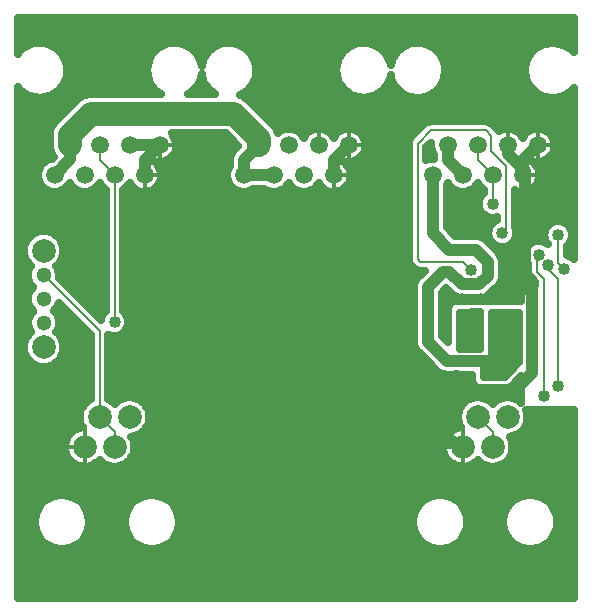
<source format=gbr>
G04 DipTrace 3.0.0.0*
G04 Bottom.gbr*
%MOIN*%
G04 #@! TF.FileFunction,Copper,L2,Bot*
G04 #@! TF.Part,Single*
G04 #@! TA.AperFunction,Conductor*
%ADD14C,0.006*%
G04 #@! TA.AperFunction,ComponentPad*
%ADD15C,0.07874*%
G04 #@! TA.AperFunction,Conductor*
%ADD16C,0.03937*%
G04 #@! TA.AperFunction,CopperBalancing*
%ADD22C,0.025*%
%ADD23C,0.012992*%
G04 #@! TA.AperFunction,ComponentPad*
%ADD40C,0.059055*%
%ADD41C,0.051181*%
G04 #@! TA.AperFunction,ViaPad*
%ADD42C,0.04*%
%FSLAX26Y26*%
G04*
G70*
G90*
G75*
G01*
G04 Bottom*
%LPD*%
X1965118Y1034252D2*
D14*
X2015118Y984252D1*
Y934252D1*
X754646D2*
Y984252D1*
X704646Y1034252D1*
Y1319549D1*
X517999Y1506196D1*
X1535241Y1939764D2*
D16*
X1485241Y1889764D1*
Y1839764D1*
X1915118Y934252D2*
X1865247Y959717D1*
Y1070718D1*
X1893867Y1091161D1*
X1893115Y1169101D1*
X804630Y1939764D2*
X904630D1*
X2165105D2*
X2115105Y1889764D1*
Y1839764D1*
X1893115Y1169101D2*
X1897361D1*
X1943248Y1123214D1*
X2088591D1*
X2144617Y1179239D1*
Y1488691D1*
X2121563Y1511745D1*
Y1855700D1*
X2065105Y1912158D1*
Y1939764D1*
X904630D2*
X854630Y1889764D1*
Y1839764D1*
X2091699Y1358797D2*
X2085223D1*
Y1220833D1*
X1863692D1*
X1798963Y1285562D1*
Y1467150D1*
X1850613Y1518799D1*
X1865894D1*
X1285241Y1839764D2*
X1185241D1*
X1863692Y1220833D2*
D14*
Y1239757D1*
X1892689Y1210760D1*
X2043974D1*
X1915105Y1839764D2*
D16*
X1865105Y1889764D1*
Y1939764D1*
X554630Y1839764D2*
X607390Y1892524D1*
X604630Y1939764D1*
X1870441Y1591567D2*
X1815105Y1646903D1*
Y1839764D1*
X1865894Y1518799D2*
X1870563D1*
X1913533Y1475829D1*
X1970245D1*
X1999803Y1505387D1*
Y1550472D1*
X1958709Y1591567D1*
X1870441D1*
X1185241Y1839764D2*
Y1889764D1*
X1235241Y1939764D1*
D15*
Y1961934D1*
X1152194Y2044982D1*
X675757D1*
X604630Y1973854D1*
Y1939764D1*
X2015105Y1839764D2*
D14*
X1965105Y1889764D1*
Y1939764D1*
X2015106Y1744087D2*
X2015105Y1839764D1*
X2233016Y1640602D2*
Y1547961D1*
X2252860Y1528117D1*
X754630Y1350406D2*
Y1839764D1*
X704630Y1889764D1*
Y1939764D1*
X2184518Y1102533D2*
Y1495039D1*
X2161929Y1517629D1*
Y1574366D1*
X2168138D1*
X2046835Y1646583D2*
X2059577Y1659325D1*
Y1869237D1*
X2009526Y1919288D1*
Y1972399D1*
X1991634Y1990291D1*
X1809615D1*
X1764575Y1945251D1*
Y1559799D1*
X1773572Y1550802D1*
X1914580D1*
X1941709Y1523673D1*
X2232562Y1137836D2*
Y1492849D1*
X2199301Y1526110D1*
Y1539563D1*
D42*
X1920046Y1356127D3*
X1964223Y1371025D3*
X1921588Y1311694D3*
X1963710Y1310667D3*
X1893115Y1169101D3*
X1865894Y1518799D3*
X2043974Y1210760D3*
X2091699Y1358797D3*
X1870441Y1591567D3*
X2015106Y1744087D3*
X754630Y1350406D3*
X1941709Y1523673D3*
X2046835Y1646583D3*
X2199301Y1539563D3*
X2232562Y1137836D3*
X2252860Y1528117D3*
X2233016Y1640602D3*
X2168138Y1574366D3*
X2184518Y1102533D3*
X2021202Y1369323D3*
X2018552Y1334869D3*
X2019290Y1298871D3*
X1913352Y1426848D3*
X1976241Y1427932D3*
X2015307Y1449033D3*
X1908113Y1357804D2*
D22*
X1970936D1*
X1908211Y1332936D2*
X1970984D1*
X1908308Y1308067D2*
X1971033D1*
X1908406Y1283198D2*
X1971081D1*
X1973358Y1382631D2*
X1905487Y1382404D1*
X1906106Y1260012D1*
X1973635Y1259785D1*
X1973391Y1382617D1*
X2013903Y1356510D2*
X2099136D1*
X2013903Y1331642D2*
X2099136D1*
X2013903Y1306773D2*
X2099136D1*
X2013903Y1281904D2*
X2099136D1*
X2013903Y1257035D2*
X2099136D1*
X2013903Y1232167D2*
X2099136D1*
X1988316Y1207298D2*
X2088883D1*
X1988415Y1182429D2*
X2065739D1*
X2011379Y1381331D2*
X2011226Y1232707D1*
X2010017Y1228988D1*
X2007718Y1225824D1*
X2004554Y1223525D1*
X2000835Y1222316D1*
X1985748Y1221833D1*
X1985987Y1167860D1*
X2054911Y1168131D1*
X2101654Y1218294D1*
X2101555Y1380785D1*
X2011371Y1381307D1*
X434709Y2338222D2*
X2281907D1*
X434709Y2313353D2*
X2281907D1*
X434709Y2288484D2*
X2281956D1*
X434709Y2263615D2*
X448295D1*
X560930D2*
X898313D1*
X1010930D2*
X1078928D1*
X1191545D2*
X1528928D1*
X1641545D2*
X1708811D1*
X1821428D2*
X2158811D1*
X2271428D2*
X2282004D1*
X584270Y2238747D2*
X875022D1*
X1034270D2*
X1055588D1*
X1214885D2*
X1505588D1*
X1664885D2*
X1685471D1*
X1844719D2*
X2135471D1*
X595256Y2213878D2*
X863987D1*
X1225872D2*
X1494602D1*
X1855754D2*
X2124485D1*
X598479Y2189009D2*
X860764D1*
X1229094D2*
X1491379D1*
X1858977D2*
X2121213D1*
X594817Y2164140D2*
X864426D1*
X1225432D2*
X1495041D1*
X1855315D2*
X2124924D1*
X583293Y2139272D2*
X875999D1*
X1033293D2*
X1056565D1*
X1213909D2*
X1506565D1*
X1663909D2*
X1686448D1*
X1843743D2*
X2136448D1*
X434709Y2114403D2*
X450441D1*
X558782D2*
X900461D1*
X1008782D2*
X1081077D1*
X1189397D2*
X1531077D1*
X1639397D2*
X1710959D1*
X1819280D2*
X2160959D1*
X2269280D2*
X2282200D1*
X434709Y2089534D2*
X624680D1*
X1203264D2*
X2282200D1*
X434709Y2064665D2*
X599778D1*
X1228166D2*
X2282249D1*
X434709Y2039797D2*
X574924D1*
X1253020D2*
X2282297D1*
X434709Y2014928D2*
X550657D1*
X1277874D2*
X1790891D1*
X2010344D2*
X2282297D1*
X434709Y1990059D2*
X538303D1*
X1297307D2*
X1308099D1*
X1362395D2*
X1408079D1*
X1462395D2*
X1508079D1*
X1562395D2*
X1765159D1*
X2092278D2*
X2137913D1*
X2192278D2*
X2282346D1*
X434709Y1965190D2*
X536252D1*
X957024D2*
X1136350D1*
X1587639D2*
X1740354D1*
X2217522D2*
X2282395D1*
X434709Y1940322D2*
X536252D1*
X963127D2*
X1161204D1*
X1593743D2*
X1732590D1*
X2223625D2*
X2282395D1*
X434709Y1915453D2*
X540940D1*
X957610D2*
X1144358D1*
X1588225D2*
X1732590D1*
X1796575D2*
X1812131D1*
X2218059D2*
X2282444D1*
X434709Y1890584D2*
X528538D1*
X933977D2*
X1136594D1*
X1564543D2*
X1732590D1*
X2194426D2*
X2282444D1*
X434709Y1865715D2*
X502463D1*
X906780D2*
X1133079D1*
X1537395D2*
X1732590D1*
X2167229D2*
X2282493D1*
X434709Y1840846D2*
X496116D1*
X913127D2*
X1126731D1*
X1543743D2*
X1732590D1*
X2173625D2*
X2282541D1*
X434709Y1815978D2*
X501389D1*
X907854D2*
X1132004D1*
X1538469D2*
X1732590D1*
X2168303D2*
X2282541D1*
X434709Y1791109D2*
X524387D1*
X584905D2*
X624387D1*
X684905D2*
X722629D1*
X786614D2*
X824387D1*
X884905D2*
X1154954D1*
X1215520D2*
X1254954D1*
X1315520D2*
X1354954D1*
X1415520D2*
X1454954D1*
X1515520D2*
X1732590D1*
X1863762D2*
X1884836D1*
X1945354D2*
X1983127D1*
X2145354D2*
X2282590D1*
X434709Y1766240D2*
X722629D1*
X786614D2*
X1732590D1*
X1863762D2*
X1971750D1*
X2091545D2*
X2282639D1*
X434709Y1741371D2*
X722629D1*
X786614D2*
X1732590D1*
X1863762D2*
X1966184D1*
X2091545D2*
X2282639D1*
X434709Y1716503D2*
X722629D1*
X786614D2*
X1732590D1*
X1863762D2*
X1975168D1*
X2091545D2*
X2282688D1*
X434709Y1691634D2*
X722629D1*
X786614D2*
X1732590D1*
X1863762D2*
X2027561D1*
X2091545D2*
X2282737D1*
X434709Y1666765D2*
X722629D1*
X786614D2*
X1732590D1*
X1863762D2*
X2002463D1*
X2091545D2*
X2192063D1*
X2273967D2*
X2282707D1*
X434709Y1641896D2*
X476438D1*
X559563D2*
X722629D1*
X786614D2*
X1732590D1*
X1887932D2*
X1998069D1*
X2095598D2*
X2184055D1*
X434709Y1617028D2*
X455979D1*
X580022D2*
X722629D1*
X786614D2*
X1732590D1*
X2085247D2*
X2147141D1*
X434709Y1592159D2*
X449758D1*
X586272D2*
X722629D1*
X786614D2*
X1732590D1*
X2025920D2*
X2122678D1*
X2265032D2*
X2282834D1*
X434709Y1567290D2*
X453270D1*
X582708D2*
X722629D1*
X786614D2*
X1732590D1*
X2045305D2*
X2119700D1*
X434709Y1542421D2*
X468821D1*
X567180D2*
X722629D1*
X786614D2*
X1738254D1*
X2048479D2*
X2129954D1*
X434709Y1517552D2*
X464670D1*
X571331D2*
X722629D1*
X786614D2*
X1781565D1*
X2048479D2*
X2129954D1*
X434709Y1492684D2*
X465208D1*
X575725D2*
X722629D1*
X786614D2*
X1757981D1*
X2046721D2*
X2142649D1*
X434709Y1467815D2*
X480295D1*
X600579D2*
X722629D1*
X786614D2*
X1750315D1*
X2030022D2*
X2108323D1*
X434709Y1442946D2*
X465793D1*
X625432D2*
X722629D1*
X786614D2*
X1750266D1*
X1847649D2*
X1878635D1*
X2005168D2*
X2108323D1*
X434709Y1418077D2*
X464280D1*
X650334D2*
X722629D1*
X786614D2*
X1750266D1*
X1847649D2*
X1877659D1*
X434709Y1393209D2*
X476243D1*
X559758D2*
X586790D1*
X675188D2*
X722629D1*
X786614D2*
X1750266D1*
X1847649D2*
X1863974D1*
X434709Y1368340D2*
X467258D1*
X568743D2*
X611643D1*
X700041D2*
X709270D1*
X800041D2*
X1750266D1*
X1847649D2*
X1864070D1*
X434709Y1343471D2*
X463694D1*
X572307D2*
X636497D1*
X803118D2*
X1750266D1*
X1847649D2*
X1864166D1*
X434709Y1318602D2*
X473020D1*
X562981D2*
X661399D1*
X791057D2*
X1750266D1*
X1847649D2*
X1864262D1*
X434709Y1293734D2*
X455735D1*
X580266D2*
X672629D1*
X736614D2*
X1750266D1*
X434709Y1268865D2*
X449661D1*
X586321D2*
X672629D1*
X736614D2*
X1753391D1*
X434709Y1243996D2*
X453466D1*
X582561D2*
X672629D1*
X736614D2*
X1772727D1*
X434709Y1219127D2*
X469260D1*
X566741D2*
X672629D1*
X736614D2*
X1797581D1*
X434709Y1194259D2*
X672629D1*
X736614D2*
X1822483D1*
X434709Y1169390D2*
X672629D1*
X736614D2*
X1944504D1*
X434709Y1144521D2*
X672629D1*
X736614D2*
X1946848D1*
X2088713D2*
X2108323D1*
X434709Y1119652D2*
X672629D1*
X736614D2*
X2108323D1*
X434709Y1094783D2*
X672629D1*
X736614D2*
X776194D1*
X833098D2*
X1936643D1*
X1993596D2*
X2036643D1*
X2093596D2*
X2108323D1*
X434709Y1069915D2*
X646750D1*
X862541D2*
X1907249D1*
X434709Y1045046D2*
X637180D1*
X872112D2*
X1897629D1*
X2132610D2*
X2283811D1*
X434709Y1020177D2*
X637815D1*
X871477D2*
X1898264D1*
X2131975D2*
X2283762D1*
X434709Y995308D2*
X627463D1*
X860247D2*
X1887913D1*
X2120745D2*
X2283665D1*
X434709Y970440D2*
X597092D1*
X823430D2*
X1857590D1*
X2083928D2*
X2283567D1*
X434709Y945571D2*
X587278D1*
X822014D2*
X1847727D1*
X2082512D2*
X2283518D1*
X434709Y920702D2*
X587668D1*
X821575D2*
X1848166D1*
X2082073D2*
X2283420D1*
X434709Y895833D2*
X598655D1*
X810637D2*
X1859104D1*
X2071135D2*
X2283372D1*
X434709Y870965D2*
X633909D1*
X675383D2*
X733909D1*
X775383D2*
X1894407D1*
X1935833D2*
X1994407D1*
X2035833D2*
X2283274D1*
X434709Y846096D2*
X2283176D1*
X434709Y821227D2*
X2283127D1*
X434709Y796358D2*
X2283030D1*
X434709Y771490D2*
X553147D1*
X606145D2*
X853147D1*
X906145D2*
X1813645D1*
X1866643D2*
X2113645D1*
X2166643D2*
X2282981D1*
X434709Y746621D2*
X511643D1*
X647698D2*
X811643D1*
X947698D2*
X1772092D1*
X1908196D2*
X2072092D1*
X2208196D2*
X2282883D1*
X434709Y721752D2*
X494846D1*
X664495D2*
X794846D1*
X964495D2*
X1755295D1*
X1924993D2*
X2055295D1*
X2224993D2*
X2282786D1*
X434709Y696883D2*
X487571D1*
X671770D2*
X787571D1*
X971770D2*
X1748069D1*
X1932219D2*
X2048069D1*
X2232219D2*
X2282737D1*
X434709Y672014D2*
X487522D1*
X671819D2*
X787522D1*
X971819D2*
X1748020D1*
X1932268D2*
X2048020D1*
X2232268D2*
X2282639D1*
X434709Y647146D2*
X494651D1*
X664690D2*
X794651D1*
X964690D2*
X1755149D1*
X1925139D2*
X2055149D1*
X2225139D2*
X2282590D1*
X434709Y622277D2*
X511252D1*
X648040D2*
X811252D1*
X948040D2*
X1771750D1*
X1908538D2*
X2071750D1*
X2208538D2*
X2282493D1*
X434709Y597408D2*
X551829D1*
X607463D2*
X851829D1*
X907463D2*
X1812327D1*
X1867961D2*
X2112327D1*
X2167961D2*
X2282395D1*
X434709Y572539D2*
X2282346D1*
X434709Y547671D2*
X2282249D1*
X434709Y522802D2*
X2282151D1*
X434709Y497933D2*
X2282102D1*
X434709Y473064D2*
X2282004D1*
X434709Y448196D2*
X2281956D1*
X2221069Y1937265D2*
X2220234Y1929817D1*
X2218413Y1922547D1*
X2215638Y1915585D1*
X2211959Y1909056D1*
X2207441Y1903077D1*
X2202165Y1897754D1*
X2196226Y1893184D1*
X2189729Y1889446D1*
X2182793Y1886610D1*
X2175539Y1884724D1*
X2168099Y1883824D1*
X2160605Y1883925D1*
X2153192Y1885025D1*
X2145992Y1887105D1*
X2143314Y1888164D1*
X2150655Y1883058D1*
X2156116Y1877925D1*
X2160843Y1872109D1*
X2164751Y1865715D1*
X2167771Y1858855D1*
X2169848Y1851655D1*
X2170945Y1844241D1*
X2170902Y1834770D1*
X2169736Y1827367D1*
X2167592Y1820186D1*
X2164509Y1813355D1*
X2160542Y1806997D1*
X2155762Y1801225D1*
X2150254Y1796143D1*
X2144116Y1791842D1*
X2137460Y1788398D1*
X2130404Y1785874D1*
X2123073Y1784314D1*
X2115600Y1783746D1*
X2108119Y1784181D1*
X2100762Y1785611D1*
X2093662Y1788010D1*
X2089074Y1790161D1*
X2089070Y1666049D1*
X2092042Y1657436D1*
X2093183Y1650230D1*
Y1642935D1*
X2092042Y1635729D1*
X2089788Y1628791D1*
X2086476Y1622291D1*
X2082188Y1616388D1*
X2077029Y1611230D1*
X2071127Y1606942D1*
X2064626Y1603630D1*
X2057688Y1601375D1*
X2050482Y1600234D1*
X2043187D1*
X2035981Y1601375D1*
X2029043Y1603630D1*
X2022543Y1606942D1*
X2016640Y1611230D1*
X2011482Y1616388D1*
X2007194Y1622291D1*
X2003882Y1628791D1*
X2001627Y1635729D1*
X2000486Y1642935D1*
Y1650230D1*
X2001627Y1657436D1*
X2003882Y1664374D1*
X2007194Y1670875D1*
X2011482Y1676777D1*
X2016640Y1681936D1*
X2022543Y1686224D1*
X2030073Y1689916D1*
X2030085Y1700097D1*
X2022379Y1698167D1*
X2015106Y1697594D1*
X2007833Y1698167D1*
X2000739Y1699870D1*
X1993999Y1702662D1*
X1987779Y1706474D1*
X1982231Y1711212D1*
X1977493Y1716759D1*
X1973682Y1722980D1*
X1970890Y1729720D1*
X1969187Y1736814D1*
X1968614Y1744087D1*
X1969187Y1751360D1*
X1970890Y1758453D1*
X1973682Y1765194D1*
X1977493Y1771414D1*
X1982231Y1776962D1*
X1985618Y1779996D1*
X1985613Y1792182D1*
X1978723Y1797166D1*
X1972507Y1803382D1*
X1967340Y1810494D1*
X1965019Y1814331D1*
X1960426Y1806836D1*
X1954717Y1800152D1*
X1948033Y1794443D1*
X1940537Y1789850D1*
X1932416Y1786486D1*
X1923868Y1784434D1*
X1915105Y1783744D1*
X1906342Y1784434D1*
X1897794Y1786486D1*
X1889673Y1789850D1*
X1882177Y1794443D1*
X1875493Y1800152D1*
X1869784Y1806836D1*
X1865112Y1814503D1*
X1861275Y1808108D1*
X1861282Y1665984D1*
X1889569Y1637743D1*
X1962332Y1637602D1*
X1969489Y1636468D1*
X1976380Y1634229D1*
X1982836Y1630940D1*
X1988698Y1626680D1*
X2032455Y1583125D1*
X2037161Y1577615D1*
X2040947Y1571437D1*
X2043720Y1564742D1*
X2045412Y1557696D1*
X2045980Y1550472D1*
X2045838Y1501764D1*
X2044705Y1494607D1*
X2042465Y1487716D1*
X2039176Y1481260D1*
X2034917Y1475397D1*
X2002898Y1443177D1*
X1997388Y1438471D1*
X1991209Y1434685D1*
X1984515Y1431912D1*
X1977469Y1430221D1*
X1970245Y1429652D1*
X1909910Y1429794D1*
X1902753Y1430928D1*
X1895862Y1433167D1*
X1889405Y1436457D1*
X1883543Y1440716D1*
X1860613Y1463444D1*
X1845113Y1447995D1*
X1845140Y1304698D1*
X1866936Y1282893D1*
X1866523Y1396829D1*
X1867712Y1402942D1*
X1870296Y1408609D1*
X1874131Y1413516D1*
X1879005Y1417392D1*
X1884649Y1420023D1*
X1890752Y1421264D1*
X1987888Y1421588D1*
X1994006Y1420383D1*
X2110798Y1419725D1*
X2110990Y1464933D1*
X2112199Y1468652D1*
X2114497Y1471816D1*
X2117661Y1474115D1*
X2121381Y1475323D1*
X2154991Y1475317D1*
X2154825Y1483024D1*
X2139503Y1498475D1*
X2135651Y1504239D1*
X2133252Y1510744D1*
X2132437Y1517629D1*
Y1544631D1*
X2128497Y1550074D1*
X2125185Y1556574D1*
X2122930Y1563513D1*
X2121789Y1570718D1*
Y1578014D1*
X2122930Y1585220D1*
X2125185Y1592158D1*
X2128497Y1598658D1*
X2132785Y1604560D1*
X2137944Y1609719D1*
X2143846Y1614007D1*
X2150346Y1617319D1*
X2157284Y1619574D1*
X2164490Y1620715D1*
X2171786D1*
X2178991Y1619574D1*
X2185930Y1617319D1*
X2192430Y1614007D1*
X2197663Y1610408D1*
X2193375Y1616310D1*
X2190063Y1622811D1*
X2187808Y1629749D1*
X2186667Y1636955D1*
Y1644250D1*
X2187808Y1651456D1*
X2190063Y1658394D1*
X2193375Y1664894D1*
X2197663Y1670797D1*
X2202822Y1675955D1*
X2208724Y1680243D1*
X2215224Y1683555D1*
X2222162Y1685810D1*
X2229368Y1686951D1*
X2236663D1*
X2243869Y1685810D1*
X2250808Y1683555D1*
X2257308Y1680243D1*
X2263210Y1675955D1*
X2268369Y1670797D1*
X2272657Y1664894D1*
X2275969Y1658394D1*
X2278223Y1651456D1*
X2279365Y1644250D1*
Y1636955D1*
X2278223Y1629749D1*
X2275969Y1622811D1*
X2272657Y1616310D1*
X2268369Y1610408D1*
X2262504Y1604693D1*
X2262508Y1573561D1*
X2270651Y1571070D1*
X2277152Y1567758D1*
X2283054Y1563470D1*
X2285389Y1561311D1*
X2284584Y2130423D1*
X2274446Y2120284D1*
X2262846Y2111857D1*
X2250071Y2105348D1*
X2236435Y2100917D1*
X2222274Y2098674D1*
X2207936D1*
X2193775Y2100917D1*
X2180139Y2105348D1*
X2167364Y2111857D1*
X2155764Y2120284D1*
X2145626Y2130423D1*
X2137198Y2142022D1*
X2130689Y2154797D1*
X2126258Y2168434D1*
X2124015Y2182595D1*
Y2196933D1*
X2126258Y2211094D1*
X2130689Y2224730D1*
X2137198Y2237505D1*
X2145626Y2249105D1*
X2155764Y2259243D1*
X2167364Y2267671D1*
X2180139Y2274180D1*
X2193775Y2278611D1*
X2207936Y2280854D1*
X2222274D1*
X2236435Y2278611D1*
X2250071Y2274180D1*
X2262846Y2267671D1*
X2274446Y2259243D1*
X2284527Y2249166D1*
X2284350Y2363090D1*
X432153D1*
X432185Y2245464D1*
X440021Y2254373D1*
X450923Y2263685D1*
X463148Y2271176D1*
X476395Y2276663D1*
X490336Y2280010D1*
X504630Y2281135D1*
X518924Y2280010D1*
X532865Y2276663D1*
X546112Y2271176D1*
X558337Y2263685D1*
X569239Y2254373D1*
X578551Y2243471D1*
X586042Y2231246D1*
X591529Y2217999D1*
X594876Y2204057D1*
X596001Y2189764D1*
X594876Y2175470D1*
X591529Y2161528D1*
X586042Y2148282D1*
X578551Y2136057D1*
X569239Y2125154D1*
X558337Y2115843D1*
X546112Y2108351D1*
X532865Y2102864D1*
X518924Y2099517D1*
X504630Y2098392D1*
X490336Y2099517D1*
X476395Y2102864D1*
X463148Y2108351D1*
X450923Y2115843D1*
X440021Y2125154D1*
X432184Y2134186D1*
X432185Y432182D1*
X2284390Y432224D1*
X2286336Y1057740D1*
X2198495Y1058184D1*
X2191791Y1056613D1*
X2184518Y1056041D1*
X2177245Y1056613D1*
X2170111Y1058331D1*
X2126328Y1058549D1*
X2129161Y1049627D1*
X2130777Y1039419D1*
Y1029084D1*
X2129161Y1018877D1*
X2125967Y1009048D1*
X2121275Y999839D1*
X2115200Y991478D1*
X2107892Y984170D1*
X2099531Y978095D1*
X2090322Y973403D1*
X2080493Y970210D1*
X2071275Y968665D1*
X2075967Y959456D1*
X2079161Y949627D1*
X2080777Y939419D1*
Y929084D1*
X2079161Y918877D1*
X2075967Y909048D1*
X2071275Y899839D1*
X2065200Y891478D1*
X2057892Y884170D1*
X2049531Y878095D1*
X2040322Y873403D1*
X2030493Y870210D1*
X2020286Y868593D1*
X2009951D1*
X1999743Y870210D1*
X1989914Y873403D1*
X1980705Y878095D1*
X1972344Y884170D1*
X1965132Y891374D1*
X1959320Y885425D1*
X1951426Y879301D1*
X1942697Y874442D1*
X1933334Y870959D1*
X1923551Y868932D1*
X1913574Y868408D1*
X1903633Y869399D1*
X1893956Y871882D1*
X1884766Y875800D1*
X1876275Y881063D1*
X1868677Y887550D1*
X1862148Y895112D1*
X1856837Y903574D1*
X1852867Y912742D1*
X1850330Y922405D1*
X1849284Y932340D1*
X1849752Y942319D1*
X1851724Y952113D1*
X1855155Y961496D1*
X1859965Y970252D1*
X1866045Y978180D1*
X1873253Y985097D1*
X1881425Y990844D1*
X1890372Y995289D1*
X1899889Y998329D1*
X1908961Y999839D1*
X1904269Y1009048D1*
X1901076Y1018877D1*
X1899459Y1029084D1*
Y1039419D1*
X1901076Y1049627D1*
X1904269Y1059456D1*
X1908961Y1068665D1*
X1915036Y1077026D1*
X1922344Y1084334D1*
X1930705Y1090409D1*
X1939914Y1095101D1*
X1949743Y1098294D1*
X1959951Y1099911D1*
X1970286D1*
X1980493Y1098294D1*
X1990322Y1095101D1*
X1999531Y1090409D1*
X2007892Y1084334D1*
X2015104Y1077130D1*
X2022344Y1084334D1*
X2030705Y1090409D1*
X2039914Y1095101D1*
X2049743Y1098294D1*
X2059951Y1099911D1*
X2070286D1*
X2080493Y1098294D1*
X2090322Y1095101D1*
X2099531Y1090409D1*
X2107892Y1084334D1*
X2110844Y1081605D1*
X2110836Y1170918D1*
X2078273Y1136127D1*
X2073220Y1132486D1*
X2067457Y1130126D1*
X2061294Y1129177D1*
X1971562Y1128893D1*
X1965449Y1130083D1*
X1959783Y1132669D1*
X1954878Y1136505D1*
X1951003Y1141380D1*
X1948374Y1147026D1*
X1947135Y1153129D1*
X1946960Y1174678D1*
X1860069Y1174798D1*
X1852912Y1175932D1*
X1846020Y1178171D1*
X1839564Y1181461D1*
X1833702Y1185720D1*
X1778006Y1241214D1*
X1763850Y1255572D1*
X1759591Y1261434D1*
X1756301Y1267890D1*
X1754062Y1274782D1*
X1752928Y1281939D1*
X1752786Y1360562D1*
X1752928Y1470773D1*
X1754062Y1477929D1*
X1756301Y1484821D1*
X1759591Y1491277D1*
X1763850Y1497139D1*
X1787821Y1521312D1*
X1768959Y1521673D1*
X1762286Y1523555D1*
X1756237Y1526942D1*
X1752718Y1529948D1*
X1740715Y1542464D1*
X1737328Y1548513D1*
X1735446Y1555186D1*
X1735083Y1559799D1*
X1735174Y1947565D1*
X1736526Y1954364D1*
X1739429Y1960660D1*
X1743721Y1966105D1*
X1790462Y2012717D1*
X1796226Y2016569D1*
X1802731Y2018969D1*
X1809615Y2019783D1*
X1993948Y2019693D1*
X2000747Y2018340D1*
X2007043Y2015438D1*
X2012488Y2011145D1*
X2031952Y1991553D1*
X2035250Y1987165D1*
X2041845Y1990726D1*
X2048855Y1993375D1*
X2056157Y1995064D1*
X2063619Y1995764D1*
X2071107Y1995461D1*
X2078488Y1994161D1*
X2085629Y1991888D1*
X2092403Y1988682D1*
X2098689Y1984601D1*
X2104373Y1979717D1*
X2109355Y1974118D1*
X2113544Y1967904D1*
X2115241Y1965294D1*
X2119095Y1971722D1*
X2123773Y1977577D1*
X2129190Y1982756D1*
X2135250Y1987165D1*
X2141845Y1990726D1*
X2148855Y1993375D1*
X2156157Y1995064D1*
X2163619Y1995764D1*
X2171107Y1995461D1*
X2178488Y1994161D1*
X2185629Y1991888D1*
X2192403Y1988682D1*
X2198689Y1984601D1*
X2204373Y1979717D1*
X2209355Y1974118D1*
X2213544Y1967904D1*
X2216867Y1961186D1*
X2219263Y1954085D1*
X2220690Y1946728D1*
X2221069Y1937265D1*
X1818935Y1908108D2*
X1815191Y1914331D1*
X1811827Y1922453D1*
X1809775Y1931000D1*
X1809085Y1939764D1*
X1809825Y1948780D1*
X1794067Y1932751D1*
Y1891686D1*
X1802027Y1894236D1*
X1810710Y1895611D1*
X1818934Y1895633D1*
X1818928Y1908074D1*
X1856195Y2182595D2*
X1853952Y2168434D1*
X1849521Y2154797D1*
X1843012Y2142022D1*
X1834584Y2130423D1*
X1824446Y2120284D1*
X1812846Y2111857D1*
X1800071Y2105348D1*
X1786435Y2100917D1*
X1772274Y2098674D1*
X1757936D1*
X1743775Y2100917D1*
X1730139Y2105348D1*
X1717364Y2111857D1*
X1705764Y2120284D1*
X1695626Y2130423D1*
X1687198Y2142022D1*
X1680689Y2154797D1*
X1676258Y2168434D1*
X1675203Y2173738D1*
X1672141Y2161528D1*
X1666654Y2148282D1*
X1659162Y2136057D1*
X1649851Y2125154D1*
X1638948Y2115843D1*
X1626723Y2108351D1*
X1613477Y2102864D1*
X1599535Y2099517D1*
X1585241Y2098392D1*
X1570948Y2099517D1*
X1557006Y2102864D1*
X1543760Y2108351D1*
X1531535Y2115843D1*
X1520632Y2125154D1*
X1511320Y2136057D1*
X1503829Y2148282D1*
X1498342Y2161528D1*
X1494995Y2175470D1*
X1493870Y2189764D1*
X1494995Y2204057D1*
X1498342Y2217999D1*
X1503829Y2231246D1*
X1511320Y2243471D1*
X1520632Y2254373D1*
X1531535Y2263685D1*
X1543760Y2271176D1*
X1557006Y2276663D1*
X1570948Y2280010D1*
X1585241Y2281135D1*
X1599535Y2280010D1*
X1613477Y2276663D1*
X1626723Y2271176D1*
X1638948Y2263685D1*
X1649851Y2254373D1*
X1659162Y2243471D1*
X1666654Y2231246D1*
X1672141Y2217999D1*
X1675143Y2205789D1*
X1678206Y2217999D1*
X1683692Y2231246D1*
X1691184Y2243471D1*
X1700496Y2254373D1*
X1711398Y2263685D1*
X1723623Y2271176D1*
X1736870Y2276663D1*
X1750811Y2280010D1*
X1765105Y2281135D1*
X1779399Y2280010D1*
X1793340Y2276663D1*
X1806587Y2271176D1*
X1818812Y2263685D1*
X1829714Y2254373D1*
X1839026Y2243471D1*
X1846517Y2231246D1*
X1852004Y2217999D1*
X1855351Y2204057D1*
X1856476Y2189764D1*
X1856195Y2182595D1*
X960594Y1937265D2*
X959759Y1929817D1*
X957938Y1922547D1*
X955163Y1915585D1*
X951484Y1909056D1*
X946965Y1903077D1*
X941690Y1897754D1*
X935750Y1893184D1*
X929254Y1889446D1*
X922318Y1886610D1*
X915064Y1884724D1*
X907624Y1883824D1*
X900130Y1883925D1*
X892717Y1885025D1*
X885517Y1887105D1*
X882838Y1888164D1*
X890180Y1883058D1*
X895641Y1877925D1*
X900368Y1872109D1*
X904276Y1865715D1*
X907296Y1858855D1*
X909373Y1851655D1*
X910470Y1844241D1*
X910427Y1834770D1*
X909261Y1827367D1*
X907117Y1820186D1*
X904034Y1813355D1*
X900067Y1806997D1*
X895287Y1801225D1*
X889779Y1796143D1*
X883641Y1791842D1*
X876985Y1788398D1*
X869929Y1785874D1*
X862598Y1784314D1*
X855125Y1783746D1*
X847644Y1784181D1*
X840287Y1785611D1*
X833187Y1788010D1*
X826471Y1791336D1*
X820258Y1795528D1*
X814661Y1800512D1*
X809780Y1806198D1*
X805701Y1812485D1*
X804544Y1814331D1*
X799951Y1806836D1*
X794242Y1800152D1*
X787557Y1794443D1*
X784114Y1792142D1*
X784122Y1386395D1*
X789983Y1380600D1*
X794271Y1374698D1*
X797583Y1368197D1*
X799837Y1361259D1*
X800979Y1354053D1*
Y1346758D1*
X799837Y1339552D1*
X797583Y1332614D1*
X794271Y1326113D1*
X789983Y1320211D1*
X784824Y1315053D1*
X778922Y1310764D1*
X772422Y1307452D1*
X765483Y1305198D1*
X758278Y1304057D1*
X750982D1*
X743777Y1305198D1*
X736838Y1307452D1*
X734132Y1308700D1*
X734138Y1093133D1*
X743359Y1087536D1*
X751217Y1080824D1*
X754632Y1077130D1*
X761872Y1084334D1*
X770233Y1090409D1*
X779441Y1095101D1*
X789270Y1098294D1*
X799478Y1099911D1*
X809813D1*
X820021Y1098294D1*
X829850Y1095101D1*
X839059Y1090409D1*
X847420Y1084334D1*
X854728Y1077026D1*
X860802Y1068665D1*
X865494Y1059456D1*
X868688Y1049627D1*
X870305Y1039419D1*
Y1029084D1*
X868688Y1018877D1*
X865494Y1009048D1*
X860802Y999839D1*
X854728Y991478D1*
X847420Y984170D1*
X839059Y978095D1*
X829850Y973403D1*
X820021Y970210D1*
X810802Y968665D1*
X815494Y959456D1*
X818688Y949627D1*
X820305Y939419D1*
Y929084D1*
X818688Y918877D1*
X815494Y909048D1*
X810802Y899839D1*
X804728Y891478D1*
X797420Y884170D1*
X789059Y878095D1*
X779850Y873403D1*
X770021Y870210D1*
X759813Y868593D1*
X749478D1*
X739270Y870210D1*
X729441Y873403D1*
X720233Y878095D1*
X711872Y884170D1*
X704660Y891374D1*
X698847Y885425D1*
X690954Y879301D1*
X682225Y874442D1*
X672861Y870959D1*
X663079Y868932D1*
X653102Y868408D1*
X643161Y869399D1*
X633484Y871882D1*
X624294Y875800D1*
X615802Y881063D1*
X608204Y887550D1*
X601675Y895112D1*
X596365Y903574D1*
X592395Y912742D1*
X589858Y922405D1*
X588811Y932340D1*
X589279Y942319D1*
X591252Y952113D1*
X594682Y961496D1*
X599493Y970252D1*
X605572Y978180D1*
X612781Y985097D1*
X620953Y990844D1*
X629900Y995289D1*
X639416Y998329D1*
X648489Y999839D1*
X643797Y1009048D1*
X640603Y1018877D1*
X638986Y1029084D1*
Y1039419D1*
X640603Y1049627D1*
X643797Y1059456D1*
X648489Y1068665D1*
X654564Y1077026D1*
X661872Y1084334D1*
X670233Y1090409D1*
X675167Y1093130D1*
X674953Y1307533D1*
X568369Y1414117D1*
X566117Y1407524D1*
X562406Y1400242D1*
X557603Y1393630D1*
X552093Y1388101D1*
X557603Y1382540D1*
X562406Y1375928D1*
X566117Y1368646D1*
X568642Y1360874D1*
X569921Y1352802D1*
Y1344629D1*
X568642Y1336557D1*
X566117Y1328784D1*
X562406Y1321502D1*
X559452Y1317236D1*
X564570Y1312610D1*
X571282Y1304751D1*
X576682Y1295939D1*
X580637Y1286391D1*
X583050Y1276341D1*
X583861Y1266038D1*
X583050Y1255735D1*
X580637Y1245686D1*
X576682Y1236137D1*
X571282Y1227325D1*
X564570Y1219466D1*
X556712Y1212754D1*
X547900Y1207354D1*
X538351Y1203399D1*
X528302Y1200987D1*
X517999Y1200176D1*
X507696Y1200987D1*
X497646Y1203399D1*
X488098Y1207354D1*
X479286Y1212754D1*
X471427Y1219466D1*
X464715Y1227325D1*
X459315Y1236137D1*
X455360Y1245686D1*
X452947Y1255735D1*
X452136Y1266038D1*
X452947Y1276341D1*
X455360Y1286391D1*
X459315Y1295939D1*
X464715Y1304751D1*
X471427Y1312610D1*
X476541Y1317158D1*
X471593Y1325070D1*
X468465Y1332621D1*
X466557Y1340568D1*
X465916Y1348715D1*
X466557Y1356863D1*
X468465Y1364810D1*
X471593Y1372360D1*
X475863Y1379329D1*
X481171Y1385543D1*
X483904Y1388070D1*
X478395Y1393630D1*
X473591Y1400242D1*
X469881Y1407524D1*
X467355Y1415297D1*
X466077Y1423369D1*
Y1431542D1*
X467355Y1439614D1*
X469881Y1447387D1*
X473591Y1454669D1*
X478395Y1461280D1*
X483904Y1466810D1*
X478395Y1472371D1*
X473591Y1478982D1*
X469881Y1486264D1*
X467355Y1494037D1*
X466077Y1502109D1*
Y1510282D1*
X467355Y1518354D1*
X469881Y1526127D1*
X473591Y1533409D1*
X476545Y1537675D1*
X471427Y1542301D1*
X464715Y1550160D1*
X459315Y1558972D1*
X455360Y1568520D1*
X452947Y1578570D1*
X452136Y1588873D1*
X452947Y1599176D1*
X455360Y1609225D1*
X459315Y1618774D1*
X464715Y1627586D1*
X471427Y1635444D1*
X479286Y1642156D1*
X488098Y1647556D1*
X497646Y1651511D1*
X507696Y1653924D1*
X517999Y1654735D1*
X528302Y1653924D1*
X538351Y1651511D1*
X547900Y1647556D1*
X556712Y1642156D1*
X564570Y1635444D1*
X571282Y1627586D1*
X576682Y1618774D1*
X580637Y1609225D1*
X583050Y1599176D1*
X583861Y1588873D1*
X583050Y1578570D1*
X580637Y1568520D1*
X576682Y1558972D1*
X571282Y1550160D1*
X564570Y1542301D1*
X559456Y1537753D1*
X564405Y1529841D1*
X567532Y1522290D1*
X569440Y1514343D1*
X570081Y1506196D1*
X569175Y1496716D1*
X708621Y1357282D1*
X710413Y1364772D1*
X713205Y1371512D1*
X717017Y1377733D1*
X721755Y1383280D1*
X725141Y1386315D1*
X725138Y1792154D1*
X718248Y1797166D1*
X712032Y1803382D1*
X706865Y1810494D1*
X704544Y1814331D1*
X699951Y1806836D1*
X694242Y1800152D1*
X687557Y1794443D1*
X680062Y1789850D1*
X671941Y1786486D1*
X663393Y1784434D1*
X654630Y1783744D1*
X645867Y1784434D1*
X637319Y1786486D1*
X629198Y1789850D1*
X621702Y1794443D1*
X615018Y1800152D1*
X609309Y1806836D1*
X604637Y1814503D1*
X599951Y1806836D1*
X594242Y1800152D1*
X587557Y1794443D1*
X580062Y1789850D1*
X571941Y1786486D1*
X563393Y1784434D1*
X554630Y1783744D1*
X545867Y1784434D1*
X537319Y1786486D1*
X529198Y1789850D1*
X521702Y1794443D1*
X515018Y1800152D1*
X509309Y1806836D1*
X504716Y1814331D1*
X501352Y1822453D1*
X499300Y1831000D1*
X498610Y1839764D1*
X499300Y1848527D1*
X501352Y1857075D1*
X504716Y1865196D1*
X509309Y1872691D1*
X515018Y1879376D1*
X521702Y1885085D1*
X529198Y1889678D1*
X537319Y1893042D1*
X544367Y1894795D1*
X551015Y1901453D1*
X545946Y1909863D1*
X541991Y1919411D1*
X539579Y1929461D1*
X538768Y1939764D1*
X538971Y1979022D1*
X540587Y1989230D1*
X543781Y1999059D1*
X548473Y2008267D1*
X554548Y2016628D1*
X584575Y2046942D1*
X632983Y2095064D1*
X641344Y2101138D1*
X650553Y2105830D1*
X660382Y2109024D1*
X670590Y2110641D1*
X713257Y2110844D1*
X908619D1*
X900923Y2115843D1*
X890021Y2125154D1*
X880709Y2136057D1*
X873217Y2148282D1*
X867731Y2161528D1*
X864383Y2175470D1*
X863259Y2189764D1*
X864383Y2204057D1*
X867731Y2217999D1*
X873217Y2231246D1*
X880709Y2243471D1*
X890021Y2254373D1*
X900923Y2263685D1*
X913148Y2271176D1*
X926395Y2276663D1*
X940336Y2280010D1*
X954630Y2281135D1*
X968924Y2280010D1*
X982865Y2276663D1*
X996112Y2271176D1*
X1008337Y2263685D1*
X1019239Y2254373D1*
X1028551Y2243471D1*
X1036042Y2231246D1*
X1041529Y2217999D1*
X1044876Y2204057D1*
X1044926Y2203640D1*
X1048342Y2217999D1*
X1053829Y2231246D1*
X1061320Y2243471D1*
X1070632Y2254373D1*
X1081535Y2263685D1*
X1093760Y2271176D1*
X1107006Y2276663D1*
X1120948Y2280010D1*
X1135241Y2281135D1*
X1149535Y2280010D1*
X1163477Y2276663D1*
X1176723Y2271176D1*
X1188948Y2263685D1*
X1199851Y2254373D1*
X1209162Y2243471D1*
X1216654Y2231246D1*
X1222141Y2217999D1*
X1225488Y2204057D1*
X1226613Y2189764D1*
X1225488Y2175470D1*
X1222141Y2161528D1*
X1216654Y2148282D1*
X1209162Y2136057D1*
X1199851Y2125154D1*
X1188948Y2115843D1*
X1176723Y2108351D1*
X1174051Y2107119D1*
X1182095Y2103665D1*
X1190907Y2098265D1*
X1198766Y2091553D1*
X1285324Y2004708D1*
X1291398Y1996347D1*
X1296090Y1987139D1*
X1297886Y1982267D1*
X1298860Y1982361D1*
X1305971Y1987528D1*
X1313804Y1991519D1*
X1322164Y1994236D1*
X1330846Y1995611D1*
X1339637D1*
X1348319Y1994236D1*
X1356679Y1991519D1*
X1364512Y1987528D1*
X1371623Y1982361D1*
X1377839Y1976146D1*
X1383006Y1969034D1*
X1385378Y1965294D1*
X1389232Y1971722D1*
X1393909Y1977577D1*
X1399327Y1982756D1*
X1405387Y1987165D1*
X1411981Y1990726D1*
X1418992Y1993375D1*
X1426293Y1995064D1*
X1433755Y1995764D1*
X1441243Y1995461D1*
X1448624Y1994161D1*
X1455766Y1991888D1*
X1462540Y1988682D1*
X1468825Y1984601D1*
X1474509Y1979717D1*
X1479491Y1974118D1*
X1483681Y1967904D1*
X1485378Y1965294D1*
X1489232Y1971722D1*
X1493909Y1977577D1*
X1499327Y1982756D1*
X1505387Y1987165D1*
X1511981Y1990726D1*
X1518992Y1993375D1*
X1526293Y1995064D1*
X1533755Y1995764D1*
X1541243Y1995461D1*
X1548624Y1994161D1*
X1555766Y1991888D1*
X1562540Y1988682D1*
X1568825Y1984601D1*
X1574509Y1979717D1*
X1579491Y1974118D1*
X1583681Y1967904D1*
X1587003Y1961186D1*
X1589400Y1954085D1*
X1590827Y1946728D1*
X1591205Y1937265D1*
X1590371Y1929817D1*
X1588550Y1922547D1*
X1585775Y1915585D1*
X1582095Y1909056D1*
X1577577Y1903077D1*
X1572301Y1897754D1*
X1566362Y1893184D1*
X1559866Y1889446D1*
X1552929Y1886610D1*
X1545676Y1884724D1*
X1538236Y1883824D1*
X1530742Y1883925D1*
X1523329Y1885025D1*
X1516129Y1887105D1*
X1513450Y1888164D1*
X1520792Y1883058D1*
X1526253Y1877925D1*
X1530980Y1872109D1*
X1534888Y1865715D1*
X1537908Y1858855D1*
X1539985Y1851655D1*
X1541082Y1844241D1*
X1541038Y1834770D1*
X1539872Y1827367D1*
X1537729Y1820186D1*
X1534646Y1813355D1*
X1530679Y1806997D1*
X1525898Y1801225D1*
X1520390Y1796143D1*
X1514253Y1791842D1*
X1507597Y1788398D1*
X1500540Y1785874D1*
X1493210Y1784314D1*
X1485737Y1783746D1*
X1478255Y1784181D1*
X1470899Y1785611D1*
X1463798Y1788010D1*
X1457082Y1791336D1*
X1450870Y1795528D1*
X1445273Y1800512D1*
X1440391Y1806198D1*
X1436312Y1812485D1*
X1435155Y1814331D1*
X1430562Y1806836D1*
X1424853Y1800152D1*
X1418169Y1794443D1*
X1410674Y1789850D1*
X1402553Y1786486D1*
X1394005Y1784434D1*
X1385241Y1783744D1*
X1376478Y1784434D1*
X1367930Y1786486D1*
X1359809Y1789850D1*
X1352314Y1794443D1*
X1345630Y1800152D1*
X1339921Y1806836D1*
X1335248Y1814503D1*
X1330562Y1806836D1*
X1324853Y1800152D1*
X1318169Y1794443D1*
X1310674Y1789850D1*
X1302553Y1786486D1*
X1294005Y1784434D1*
X1285241Y1783744D1*
X1276478Y1784434D1*
X1267930Y1786486D1*
X1259809Y1789850D1*
X1253585Y1793593D1*
X1216931Y1793587D1*
X1210674Y1789850D1*
X1202553Y1786486D1*
X1194005Y1784434D1*
X1185241Y1783744D1*
X1176478Y1784434D1*
X1167930Y1786486D1*
X1159809Y1789850D1*
X1152314Y1794443D1*
X1145630Y1800152D1*
X1139921Y1806836D1*
X1135328Y1814331D1*
X1131964Y1822453D1*
X1129911Y1831000D1*
X1129222Y1839764D1*
X1129911Y1848527D1*
X1131964Y1857075D1*
X1135328Y1865196D1*
X1139071Y1871420D1*
X1139207Y1893387D1*
X1140340Y1900544D1*
X1142579Y1907435D1*
X1145869Y1913891D1*
X1150128Y1919753D1*
X1167125Y1936952D1*
X1124899Y1979134D1*
X944528Y1979119D1*
X950368Y1972109D1*
X954276Y1965715D1*
X957296Y1958855D1*
X959373Y1951655D1*
X960470Y1944241D1*
X960594Y1937265D1*
X1044926Y2175888D2*
X1043477Y2168434D1*
X1039046Y2154797D1*
X1032537Y2142022D1*
X1024109Y2130423D1*
X1013971Y2120284D1*
X1002371Y2111857D1*
X1000757Y2110844D1*
X1089185D1*
X1081535Y2115843D1*
X1070632Y2125154D1*
X1061320Y2136057D1*
X1053829Y2148282D1*
X1048342Y2161528D1*
X1044995Y2175470D1*
X1044946Y2175888D1*
X969855Y677164D2*
X967634Y663143D1*
X963247Y649642D1*
X956802Y636993D1*
X948458Y625508D1*
X938420Y615470D1*
X926935Y607125D1*
X914286Y600680D1*
X900785Y596294D1*
X886763Y594073D1*
X872567D1*
X858546Y596294D1*
X845045Y600680D1*
X832396Y607125D1*
X820911Y615470D1*
X810873Y625508D1*
X802528Y636993D1*
X796083Y649642D1*
X791697Y663143D1*
X789476Y677164D1*
Y691361D1*
X791697Y705382D1*
X796083Y718883D1*
X802528Y731532D1*
X810873Y743017D1*
X820911Y753055D1*
X832396Y761400D1*
X845045Y767844D1*
X858546Y772231D1*
X872567Y774452D1*
X886763D1*
X900785Y772231D1*
X914286Y767844D1*
X926935Y761400D1*
X938420Y753055D1*
X948458Y743017D1*
X956802Y731532D1*
X963247Y718883D1*
X967634Y705382D1*
X969855Y691361D1*
Y677164D1*
X669855Y677163D2*
X667634Y663142D1*
X663247Y649640D1*
X656802Y636991D1*
X648458Y625507D1*
X638420Y615468D1*
X626935Y607124D1*
X614286Y600679D1*
X600785Y596292D1*
X586763Y594072D1*
X572567D1*
X558546Y596292D1*
X545045Y600679D1*
X532396Y607124D1*
X520911Y615468D1*
X510873Y625507D1*
X502528Y636991D1*
X496083Y649640D1*
X491697Y663142D1*
X489476Y677163D1*
Y691359D1*
X491697Y705381D1*
X496083Y718882D1*
X502528Y731531D1*
X510873Y743016D1*
X520911Y753054D1*
X532396Y761398D1*
X545045Y767843D1*
X558546Y772230D1*
X572567Y774451D1*
X586763D1*
X600785Y772230D1*
X614286Y767843D1*
X626935Y761398D1*
X638420Y753054D1*
X648458Y743016D1*
X656802Y731531D1*
X663247Y718882D1*
X667634Y705381D1*
X669855Y691359D1*
Y677163D1*
X2230327Y677164D2*
X2228107Y663143D1*
X2223720Y649642D1*
X2217275Y636993D1*
X2208931Y625508D1*
X2198892Y615470D1*
X2187407Y607125D1*
X2174759Y600680D1*
X2161257Y596294D1*
X2147236Y594073D1*
X2133040D1*
X2119018Y596294D1*
X2105517Y600680D1*
X2092868Y607125D1*
X2081383Y615470D1*
X2071345Y625508D1*
X2063001Y636993D1*
X2056556Y649642D1*
X2052169Y663143D1*
X2049948Y677164D1*
Y691361D1*
X2052169Y705382D1*
X2056556Y718883D1*
X2063001Y731532D1*
X2071345Y743017D1*
X2081383Y753055D1*
X2092868Y761400D1*
X2105517Y767844D1*
X2119018Y772231D1*
X2133040Y774452D1*
X2147236D1*
X2161257Y772231D1*
X2174759Y767844D1*
X2187407Y761400D1*
X2198892Y753055D1*
X2208931Y743017D1*
X2217275Y731532D1*
X2223720Y718883D1*
X2228107Y705382D1*
X2230327Y691361D1*
Y677164D1*
X1930327Y677163D2*
X1928107Y663142D1*
X1923720Y649640D1*
X1917275Y636991D1*
X1908931Y625507D1*
X1898892Y615468D1*
X1887407Y607124D1*
X1874759Y600679D1*
X1861257Y596292D1*
X1847236Y594072D1*
X1833040D1*
X1819018Y596292D1*
X1805517Y600679D1*
X1792868Y607124D1*
X1781383Y615468D1*
X1771345Y625507D1*
X1763001Y636991D1*
X1756556Y649640D1*
X1752169Y663142D1*
X1749948Y677163D1*
Y691359D1*
X1752169Y705381D1*
X1756556Y718882D1*
X1763001Y731531D1*
X1771345Y743016D1*
X1781383Y753054D1*
X1792868Y761398D1*
X1805517Y767843D1*
X1819018Y772230D1*
X1833040Y774451D1*
X1847236D1*
X1861257Y772230D1*
X1874759Y767843D1*
X1887407Y761398D1*
X1898892Y753054D1*
X1908931Y743016D1*
X1917275Y731531D1*
X1923720Y718882D1*
X1928107Y705381D1*
X1930327Y691359D1*
Y677163D1*
X2165105Y1995735D2*
D23*
Y1883793D1*
Y1939764D2*
X2221076D1*
X2115105Y1839764D2*
Y1783793D1*
Y1839764D2*
X2171076D1*
X2065105Y1995735D2*
Y1939764D1*
X904630D2*
Y1883793D1*
Y1939764D2*
X960601D1*
X854630Y1839764D2*
Y1783793D1*
Y1839764D2*
X910601D1*
X1535241Y1995735D2*
Y1883793D1*
Y1939764D2*
X1591212D1*
X1485241Y1839764D2*
Y1783793D1*
Y1839764D2*
X1541212D1*
X1435241Y1995735D2*
Y1939764D1*
X654646Y1000065D2*
Y868439D1*
X588832Y934252D2*
X654646D1*
X1915118Y1000065D2*
Y868439D1*
X1849305Y934252D2*
X1915118D1*
D40*
X2165105Y1939764D3*
X2115105Y1839764D3*
X2065105Y1939764D3*
X2015105Y1839764D3*
X1965105Y1939764D3*
X1915105Y1839764D3*
X1865105Y1939764D3*
X1815105Y1839764D3*
X904630Y1939764D3*
X854630Y1839764D3*
X804630Y1939764D3*
X754630Y1839764D3*
X704630Y1939764D3*
X654630Y1839764D3*
X604630Y1939764D3*
X554630Y1839764D3*
X1535241Y1939764D3*
X1485241Y1839764D3*
X1435241Y1939764D3*
X1385241Y1839764D3*
X1335241Y1939764D3*
X1285241Y1839764D3*
X1235241Y1939764D3*
X1185241Y1839764D3*
D41*
X517999Y1348715D3*
Y1427455D3*
Y1506196D3*
D15*
Y1266038D3*
Y1588873D3*
X654646Y934252D3*
X704646Y1034252D3*
X754646Y934252D3*
X804646Y1034252D3*
X1915118Y934252D3*
X1965118Y1034252D3*
X2015118Y934252D3*
X2065118Y1034252D3*
M02*

</source>
